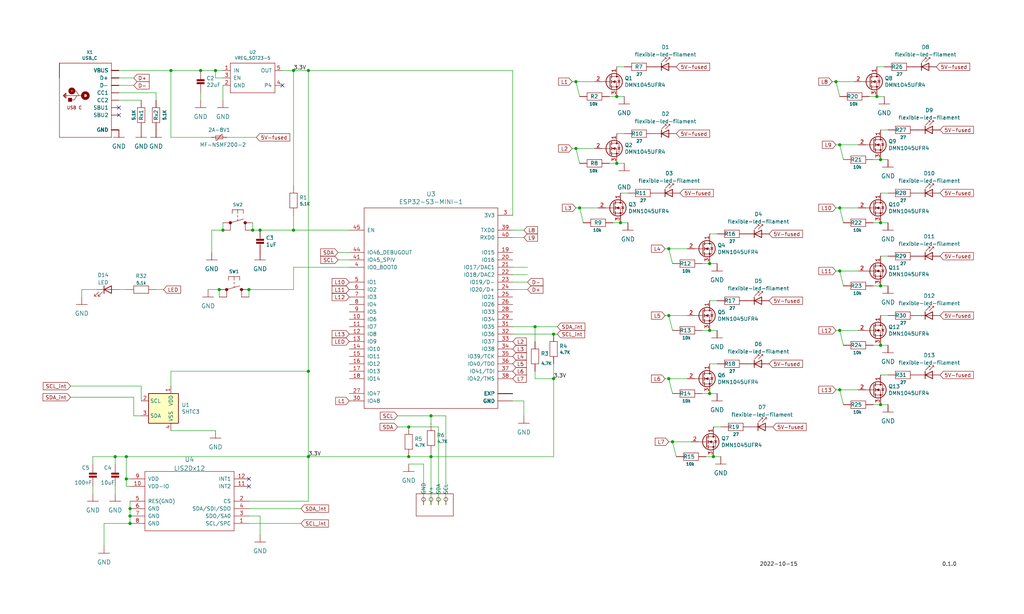
<source format=kicad_sch>
(kicad_sch (version 20211123) (generator eeschema)
  (paper "User" 350.012 210.007)
  (junction (at 139.7 156.21))
  (junction (at 105.41 156.21))
  (junction (at 68.58 24.13))
  (junction (at 300.99 97.79))
  (junction (at 100.33 78.74))
  (junction (at 300.99 76.2))
  (junction (at 76.2 78.74))
  (junction (at 243.84 156.21))
  (junction (at 44.45 179.07))
  (junction (at 287.02 92.71))
  (junction (at 299.72 33.02))
  (junction (at 73.66 24.13))
  (junction (at 242.57 113.03))
  (junction (at 43.18 156.21))
  (junction (at 44.45 173.99))
  (junction (at 300.99 118.11))
  (junction (at 189.23 129.54))
  (junction (at 212.09 76.2))
  (junction (at 86.36 78.74))
  (junction (at 228.6 107.95))
  (junction (at 242.57 90.17))
  (junction (at 228.6 129.54))
  (junction (at 285.75 27.94))
  (junction (at 58.42 24.13))
  (junction (at 198.12 71.12))
  (junction (at 210.82 55.88))
  (junction (at 300.99 138.43))
  (junction (at 44.45 176.53))
  (junction (at 139.7 146.05))
  (junction (at 189.23 114.3))
  (junction (at 88.9 78.74))
  (junction (at 43.18 163.83))
  (junction (at 196.85 27.94))
  (junction (at 287.02 49.53))
  (junction (at 228.6 85.09))
  (junction (at 74.93 99.06))
  (junction (at 147.32 142.24))
  (junction (at 105.41 127))
  (junction (at 147.32 156.21))
  (junction (at 182.88 111.76))
  (junction (at 105.41 24.13))
  (junction (at 100.33 24.13))
  (junction (at 287.02 71.12))
  (junction (at 85.09 99.06))
  (junction (at 196.85 50.8))
  (junction (at 229.87 151.13))
  (junction (at 287.02 133.35))
  (junction (at 300.99 54.61))
  (junction (at 210.82 33.02))
  (junction (at 39.37 156.21))
  (junction (at 287.02 113.03))
  (junction (at 242.57 134.62))
  (no_connect (at 40.64 39.37))
  (no_connect (at 40.64 36.83))
  (no_connect (at 85.09 163.83))
  (no_connect (at 85.09 166.37))
  (no_connect (at 96.52 29.21))
  (wire (pts (xy 55.88 99.06) (xy 53.34 99.06)))
  (wire (pts (xy 300.99 128.27) (xy 303.53 128.27)))
  (wire (pts (xy 44.45 171.45) (xy 44.45 173.99)))
  (wire (pts (xy 43.18 166.37) (xy 44.45 166.37)))
  (wire (pts (xy 152.4 142.24) (xy 152.4 172.72)))
  (wire (pts (xy 77.47 46.99) (xy 87.63 46.99)))
  (wire (pts (xy 285.75 27.94) (xy 284.48 27.94)))
  (wire (pts (xy 68.58 31.75) (xy 68.58 34.29)))
  (wire (pts (xy 287.02 133.35) (xy 285.75 133.35)))
  (wire (pts (xy 58.42 24.13) (xy 58.42 46.99)))
  (wire (pts (xy 298.45 118.11) (xy 300.99 118.11)))
  (wire (pts (xy 105.41 24.13) (xy 175.26 24.13)))
  (wire (pts (xy 43.18 156.21) (xy 105.41 156.21)))
  (wire (pts (xy 86.36 78.74) (xy 88.9 78.74)))
  (wire (pts (xy 135.89 146.05) (xy 139.7 146.05)))
  (wire (pts (xy 293.37 92.71) (xy 287.02 92.71)))
  (wire (pts (xy 175.26 111.76) (xy 182.88 111.76)))
  (wire (pts (xy 58.42 127) (xy 105.41 127)))
  (wire (pts (xy 203.2 27.94) (xy 196.85 27.94)))
  (wire (pts (xy 175.26 114.3) (xy 189.23 114.3)))
  (wire (pts (xy 85.09 179.07) (xy 102.87 179.07)))
  (wire (pts (xy 293.37 71.12) (xy 287.02 71.12)))
  (wire (pts (xy 71.12 99.06) (xy 74.93 99.06)))
  (wire (pts (xy 175.26 81.28) (xy 179.07 81.28)))
  (wire (pts (xy 40.64 34.29) (xy 48.26 34.29)))
  (wire (pts (xy 293.37 133.35) (xy 287.02 133.35)))
  (wire (pts (xy 147.32 156.21) (xy 147.32 172.72)))
  (wire (pts (xy 43.18 156.21) (xy 39.37 156.21)))
  (wire (pts (xy 198.12 71.12) (xy 199.39 76.2)))
  (wire (pts (xy 58.42 127) (xy 58.42 132.08)))
  (wire (pts (xy 300.99 107.95) (xy 303.53 107.95)))
  (wire (pts (xy 229.87 151.13) (xy 228.6 151.13)))
  (wire (pts (xy 139.7 146.05) (xy 149.86 146.05)))
  (wire (pts (xy 208.28 33.02) (xy 210.82 33.02)))
  (wire (pts (xy 242.57 80.01) (xy 245.11 80.01)))
  (wire (pts (xy 234.95 85.09) (xy 228.6 85.09)))
  (wire (pts (xy 196.85 50.8) (xy 195.58 50.8)))
  (wire (pts (xy 298.45 76.2) (xy 300.99 76.2)))
  (wire (pts (xy 100.33 24.13) (xy 100.33 63.5)))
  (wire (pts (xy 293.37 49.53) (xy 287.02 49.53)))
  (wire (pts (xy 179.07 137.16) (xy 179.07 142.24)))
  (wire (pts (xy 210.82 33.02) (xy 213.36 33.02)))
  (wire (pts (xy 76.2 78.74) (xy 72.39 78.74)))
  (wire (pts (xy 293.37 113.03) (xy 287.02 113.03)))
  (wire (pts (xy 175.26 137.16) (xy 179.07 137.16)))
  (wire (pts (xy 175.26 24.13) (xy 175.26 73.66)))
  (wire (pts (xy 292.1 27.94) (xy 285.75 27.94)))
  (wire (pts (xy 242.57 134.62) (xy 245.11 134.62)))
  (wire (pts (xy 210.82 45.72) (xy 213.36 45.72)))
  (wire (pts (xy 144.78 158.75) (xy 144.78 172.72)))
  (wire (pts (xy 242.57 124.46) (xy 245.11 124.46)))
  (wire (pts (xy 33.02 99.06) (xy 27.94 99.06)))
  (wire (pts (xy 287.02 49.53) (xy 285.75 49.53)))
  (wire (pts (xy 196.85 50.8) (xy 198.12 55.88)))
  (wire (pts (xy 287.02 113.03) (xy 288.29 118.11)))
  (wire (pts (xy 198.12 71.12) (xy 196.85 71.12)))
  (wire (pts (xy 234.95 129.54) (xy 228.6 129.54)))
  (wire (pts (xy 180.34 99.06) (xy 175.26 99.06)))
  (wire (pts (xy 300.99 138.43) (xy 303.53 138.43)))
  (wire (pts (xy 58.42 46.99) (xy 72.39 46.99)))
  (wire (pts (xy 147.32 142.24) (xy 147.32 144.78)))
  (wire (pts (xy 287.02 49.53) (xy 288.29 54.61)))
  (wire (pts (xy 210.82 22.86) (xy 213.36 22.86)))
  (wire (pts (xy 40.64 24.13) (xy 58.42 24.13)))
  (wire (pts (xy 287.02 113.03) (xy 285.75 113.03)))
  (wire (pts (xy 287.02 133.35) (xy 288.29 138.43)))
  (wire (pts (xy 234.95 107.95) (xy 228.6 107.95)))
  (wire (pts (xy 236.22 151.13) (xy 229.87 151.13)))
  (wire (pts (xy 68.58 24.13) (xy 73.66 24.13)))
  (wire (pts (xy 189.23 129.54) (xy 189.23 156.21)))
  (wire (pts (xy 287.02 71.12) (xy 288.29 76.2)))
  (wire (pts (xy 182.88 116.84) (xy 182.88 111.76)))
  (wire (pts (xy 242.57 113.03) (xy 245.11 113.03)))
  (wire (pts (xy 45.72 135.89) (xy 45.72 142.24)))
  (wire (pts (xy 175.26 91.44) (xy 180.34 91.44)))
  (wire (pts (xy 73.66 26.67) (xy 76.2 26.67)))
  (wire (pts (xy 287.02 71.12) (xy 285.75 71.12)))
  (wire (pts (xy 40.64 29.21) (xy 45.72 29.21)))
  (wire (pts (xy 298.45 138.43) (xy 300.99 138.43)))
  (wire (pts (xy 43.18 163.83) (xy 43.18 166.37)))
  (wire (pts (xy 85.09 176.53) (xy 88.9 176.53)))
  (wire (pts (xy 115.57 86.36) (xy 119.38 86.36)))
  (wire (pts (xy 115.57 88.9) (xy 119.38 88.9)))
  (wire (pts (xy 242.57 102.87) (xy 245.11 102.87)))
  (wire (pts (xy 139.7 156.21) (xy 147.32 156.21)))
  (wire (pts (xy 285.75 27.94) (xy 287.02 33.02)))
  (wire (pts (xy 58.42 24.13) (xy 68.58 24.13)))
  (wire (pts (xy 100.33 99.06) (xy 100.33 91.44)))
  (wire (pts (xy 300.99 87.63) (xy 303.53 87.63)))
  (wire (pts (xy 228.6 129.54) (xy 229.87 134.62)))
  (wire (pts (xy 44.45 173.99) (xy 44.45 176.53)))
  (wire (pts (xy 24.13 135.89) (xy 45.72 135.89)))
  (wire (pts (xy 189.23 124.46) (xy 189.23 129.54)))
  (wire (pts (xy 27.94 99.06) (xy 27.94 101.6)))
  (wire (pts (xy 182.88 111.76) (xy 190.5 111.76)))
  (wire (pts (xy 243.84 146.05) (xy 246.38 146.05)))
  (wire (pts (xy 48.26 132.08) (xy 48.26 137.16)))
  (wire (pts (xy 149.86 146.05) (xy 149.86 172.72)))
  (wire (pts (xy 228.6 85.09) (xy 229.87 90.17)))
  (wire (pts (xy 228.6 107.95) (xy 229.87 113.03)))
  (wire (pts (xy 209.55 76.2) (xy 212.09 76.2)))
  (wire (pts (xy 208.28 55.88) (xy 210.82 55.88)))
  (wire (pts (xy 228.6 129.54) (xy 227.33 129.54)))
  (wire (pts (xy 40.64 31.75) (xy 53.34 31.75)))
  (wire (pts (xy 300.99 118.11) (xy 303.53 118.11)))
  (wire (pts (xy 88.9 176.53) (xy 88.9 182.88)))
  (wire (pts (xy 100.33 24.13) (xy 105.41 24.13)))
  (wire (pts (xy 40.64 99.06) (xy 43.18 99.06)))
  (wire (pts (xy 299.72 22.86) (xy 302.26 22.86)))
  (wire (pts (xy 240.03 90.17) (xy 242.57 90.17)))
  (wire (pts (xy 144.78 158.75) (xy 139.7 158.75)))
  (wire (pts (xy 58.42 147.32) (xy 73.66 147.32)))
  (wire (pts (xy 241.3 156.21) (xy 243.84 156.21)))
  (wire (pts (xy 35.56 179.07) (xy 35.56 186.69)))
  (wire (pts (xy 100.33 73.66) (xy 100.33 78.74)))
  (wire (pts (xy 300.99 44.45) (xy 303.53 44.45)))
  (wire (pts (xy 76.2 76.2) (xy 76.2 78.74)))
  (wire (pts (xy 85.09 99.06) (xy 100.33 99.06)))
  (wire (pts (xy 243.84 156.21) (xy 246.38 156.21)))
  (wire (pts (xy 300.99 97.79) (xy 303.53 97.79)))
  (wire (pts (xy 182.88 129.54) (xy 189.23 129.54)))
  (wire (pts (xy 210.82 55.88) (xy 213.36 55.88)))
  (wire (pts (xy 45.72 142.24) (xy 48.26 142.24)))
  (wire (pts (xy 100.33 78.74) (xy 119.38 78.74)))
  (wire (pts (xy 73.66 24.13) (xy 76.2 24.13)))
  (wire (pts (xy 96.52 24.13) (xy 100.33 24.13)))
  (wire (pts (xy 287.02 92.71) (xy 285.75 92.71)))
  (wire (pts (xy 100.33 91.44) (xy 119.38 91.44)))
  (wire (pts (xy 44.45 176.53) (xy 44.45 179.07)))
  (wire (pts (xy 212.09 66.04) (xy 214.63 66.04)))
  (wire (pts (xy 189.23 114.3) (xy 190.5 114.3)))
  (wire (pts (xy 24.13 132.08) (xy 48.26 132.08)))
  (wire (pts (xy 31.75 166.37) (xy 31.75 168.91)))
  (wire (pts (xy 298.45 97.79) (xy 300.99 97.79)))
  (wire (pts (xy 105.41 156.21) (xy 139.7 156.21)))
  (wire (pts (xy 85.09 171.45) (xy 105.41 171.45)))
  (wire (pts (xy 300.99 54.61) (xy 303.53 54.61)))
  (wire (pts (xy 182.88 127) (xy 182.88 129.54)))
  (wire (pts (xy 39.37 156.21) (xy 39.37 158.75)))
  (wire (pts (xy 76.2 29.21) (xy 76.2 34.29)))
  (wire (pts (xy 147.32 142.24) (xy 152.4 142.24)))
  (wire (pts (xy 44.45 179.07) (xy 35.56 179.07)))
  (wire (pts (xy 88.9 78.74) (xy 100.33 78.74)))
  (wire (pts (xy 175.26 78.74) (xy 179.07 78.74)))
  (wire (pts (xy 240.03 113.03) (xy 242.57 113.03)))
  (wire (pts (xy 300.99 76.2) (xy 303.53 76.2)))
  (wire (pts (xy 175.26 93.98) (xy 180.34 93.98)))
  (wire (pts (xy 196.85 27.94) (xy 198.12 33.02)))
  (wire (pts (xy 31.75 156.21) (xy 31.75 158.75)))
  (wire (pts (xy 40.64 26.67) (xy 45.72 26.67)))
  (wire (pts (xy 105.41 127) (xy 105.41 156.21)))
  (wire (pts (xy 204.47 71.12) (xy 198.12 71.12)))
  (wire (pts (xy 39.37 166.37) (xy 39.37 168.91)))
  (wire (pts (xy 105.41 171.45) (xy 105.41 156.21)))
  (wire (pts (xy 300.99 66.04) (xy 303.53 66.04)))
  (wire (pts (xy 228.6 85.09) (xy 227.33 85.09)))
  (wire (pts (xy 74.93 101.6) (xy 74.93 99.06)))
  (wire (pts (xy 39.37 156.21) (xy 31.75 156.21)))
  (wire (pts (xy 203.2 50.8) (xy 196.85 50.8)))
  (wire (pts (xy 212.09 76.2) (xy 214.63 76.2)))
  (wire (pts (xy 175.26 96.52) (xy 180.34 96.52)))
  (wire (pts (xy 298.45 54.61) (xy 300.99 54.61)))
  (wire (pts (xy 135.89 142.24) (xy 147.32 142.24)))
  (wire (pts (xy 72.39 86.36) (xy 72.39 78.74)))
  (wire (pts (xy 73.66 24.13) (xy 73.66 26.67)))
  (wire (pts (xy 299.72 33.02) (xy 302.26 33.02)))
  (wire (pts (xy 287.02 92.71) (xy 288.29 97.79)))
  (wire (pts (xy 240.03 134.62) (xy 242.57 134.62)))
  (wire (pts (xy 147.32 154.94) (xy 147.32 156.21)))
  (wire (pts (xy 43.18 163.83) (xy 44.45 163.83)))
  (wire (pts (xy 147.32 156.21) (xy 189.23 156.21)))
  (wire (pts (xy 86.36 76.2) (xy 86.36 78.74)))
  (wire (pts (xy 229.87 151.13) (xy 231.14 156.21)))
  (wire (pts (xy 242.57 90.17) (xy 245.11 90.17)))
  (wire (pts (xy 196.85 27.94) (xy 195.58 27.94)))
  (wire (pts (xy 43.18 156.21) (xy 43.18 163.83)))
  (wire (pts (xy 105.41 24.13) (xy 105.41 127)))
  (wire (pts (xy 228.6 107.95) (xy 227.33 107.95)))
  (wire (pts (xy 297.18 33.02) (xy 299.72 33.02)))
  (wire (pts (xy 85.09 173.99) (xy 102.87 173.99)))
  (wire (pts (xy 85.09 101.6) (xy 85.09 99.06)))
  (wire (pts (xy 53.34 31.75) (xy 53.34 34.29)))
  (label "0.1.0" (at 321.9947 193.9738 0))
  (label "3.3V" (at 100.33 24.13 0))
  (label "3.3V" (at 105.41 156.21 0))
  (label "2022-10-15" (at 259.6468 193.9551 0))
  (label "3.3V" (at 189.23 129.54 0))
  (global_label "5V-fused" (shape input) (at 321.31 128.27 0) (property "Intersheet References" "${INTERSHEET_REFS}" (effects hide)))
  (global_label "L13" (shape input) (at 119.38 114.3 180) (property "Intersheet References" "${INTERSHEET_REFS}" (effects hide)))
  (global_label "5V-fused" (shape input) (at 87.63 46.99 0) (property "Intersheet References" "${INTERSHEET_REFS}" (effects hide)))
  (global_label "SCL_int" (shape input) (at 24.13 132.08 180) (property "Intersheet References" "${INTERSHEET_REFS}" (effects hide)))
  (global_label "5V-fused" (shape input) (at 231.14 45.72 0) (property "Intersheet References" "${INTERSHEET_REFS}" (effects hide)))
  (global_label "SCL_int" (shape input) (at 190.5 114.3 0) (property "Intersheet References" "${INTERSHEET_REFS}" (effects hide)))
  (global_label "L10" (shape input) (at 285.75 71.12 180) (property "Intersheet References" "${INTERSHEET_REFS}" (effects hide)))
  (global_label "L11" (shape input) (at 285.75 92.71 180) (property "Intersheet References" "${INTERSHEET_REFS}" (effects hide)))
  (global_label "5V-fused" (shape input) (at 321.31 107.95 0) (property "Intersheet References" "${INTERSHEET_REFS}" (effects hide)))
  (global_label "5V-fused" (shape input) (at 321.31 66.04 0) (property "Intersheet References" "${INTERSHEET_REFS}" (effects hide)))
  (global_label "L7" (shape input) (at 228.6 151.13 180) (property "Intersheet References" "${INTERSHEET_REFS}" (effects hide)))
  (global_label "SDA" (shape input) (at 135.89 146.05 180) (property "Intersheet References" "${INTERSHEET_REFS}" (effects hide)))
  (global_label "L13" (shape input) (at 285.75 133.35 180) (property "Intersheet References" "${INTERSHEET_REFS}" (effects hide)))
  (global_label "D+" (shape input) (at 45.72 26.67 0) (property "Intersheet References" "${INTERSHEET_REFS}" (effects hide)))
  (global_label "L12" (shape input) (at 285.75 113.03 180) (property "Intersheet References" "${INTERSHEET_REFS}" (effects hide)))
  (global_label "5V-fused" (shape input) (at 231.14 22.86 0) (property "Intersheet References" "${INTERSHEET_REFS}" (effects hide)))
  (global_label "L11" (shape input) (at 119.38 99.06 180) (property "Intersheet References" "${INTERSHEET_REFS}" (effects hide)))
  (global_label "L4" (shape input) (at 175.26 121.92 0) (property "Intersheet References" "${INTERSHEET_REFS}" (effects hide)))
  (global_label "D+" (shape input) (at 180.34 99.06 0) (property "Intersheet References" "${INTERSHEET_REFS}" (effects hide)))
  (global_label "L8" (shape input) (at 179.07 78.74 0) (property "Intersheet References" "${INTERSHEET_REFS}" (effects hide)))
  (global_label "5V-fused" (shape input) (at 264.16 146.05 0) (property "Intersheet References" "${INTERSHEET_REFS}" (effects hide)))
  (global_label "D-" (shape input) (at 180.34 96.52 0) (property "Intersheet References" "${INTERSHEET_REFS}" (effects hide)))
  (global_label "L6" (shape input) (at 175.26 127 0) (property "Intersheet References" "${INTERSHEET_REFS}" (effects hide)))
  (global_label "L6" (shape input) (at 227.33 129.54 180) (property "Intersheet References" "${INTERSHEET_REFS}" (effects hide)))
  (global_label "L4" (shape input) (at 227.33 85.09 180) (property "Intersheet References" "${INTERSHEET_REFS}" (effects hide)))
  (global_label "L9" (shape input) (at 285.75 49.53 180) (property "Intersheet References" "${INTERSHEET_REFS}" (effects hide)))
  (global_label "D-" (shape input) (at 45.72 29.21 0) (property "Intersheet References" "${INTERSHEET_REFS}" (effects hide)))
  (global_label "L9" (shape input) (at 179.07 81.28 0) (property "Intersheet References" "${INTERSHEET_REFS}" (effects hide)))
  (global_label "5V-fused" (shape input) (at 321.31 44.45 0) (property "Intersheet References" "${INTERSHEET_REFS}" (effects hide)))
  (global_label "L1" (shape input) (at 195.58 27.94 180) (property "Intersheet References" "${INTERSHEET_REFS}" (effects hide)))
  (global_label "5V-fused" (shape input) (at 262.89 102.87 0) (property "Intersheet References" "${INTERSHEET_REFS}" (effects hide)))
  (global_label "SCL" (shape input) (at 135.89 142.24 180) (property "Intersheet References" "${INTERSHEET_REFS}" (effects hide)))
  (global_label "L3" (shape input) (at 196.85 71.12 180) (property "Intersheet References" "${INTERSHEET_REFS}" (effects hide)))
  (global_label "5V-fused" (shape input) (at 232.41 66.04 0) (property "Intersheet References" "${INTERSHEET_REFS}" (effects hide)))
  (global_label "L7" (shape input) (at 175.26 129.54 0) (property "Intersheet References" "${INTERSHEET_REFS}" (effects hide)))
  (global_label "LED" (shape input) (at 119.38 116.84 180) (property "Intersheet References" "${INTERSHEET_REFS}" (effects hide)))
  (global_label "L12" (shape input) (at 119.38 101.6 180) (property "Intersheet References" "${INTERSHEET_REFS}" (effects hide)))
  (global_label "SDA_int" (shape input) (at 24.13 135.89 180) (property "Intersheet References" "${INTERSHEET_REFS}" (effects hide)))
  (global_label "L5" (shape input) (at 175.26 124.46 0) (property "Intersheet References" "${INTERSHEET_REFS}" (effects hide)))
  (global_label "L2" (shape input) (at 195.58 50.8 180) (property "Intersheet References" "${INTERSHEET_REFS}" (effects hide)))
  (global_label "L1" (shape input) (at 119.38 137.16 180) (property "Intersheet References" "${INTERSHEET_REFS}" (effects hide)))
  (global_label "L10" (shape input) (at 119.38 96.52 180) (property "Intersheet References" "${INTERSHEET_REFS}" (effects hide)))
  (global_label "LED" (shape input) (at 55.88 99.06 0) (property "Intersheet References" "${INTERSHEET_REFS}" (effects hide)))
  (global_label "5V-fused" (shape input) (at 321.31 87.63 0) (property "Intersheet References" "${INTERSHEET_REFS}" (effects hide)))
  (global_label "5V-fused" (shape input) (at 262.89 124.46 0) (property "Intersheet References" "${INTERSHEET_REFS}" (effects hide)))
  (global_label "L3" (shape input) (at 175.26 119.38 0) (property "Intersheet References" "${INTERSHEET_REFS}" (effects hide)))
  (global_label "SCL" (shape input) (at 115.57 88.9 180) (property "Intersheet References" "${INTERSHEET_REFS}" (effects hide)))
  (global_label "5V-fused" (shape input) (at 320.04 22.86 0) (property "Intersheet References" "${INTERSHEET_REFS}" (effects hide)))
  (global_label "SDA_int" (shape input) (at 190.5 111.76 0) (property "Intersheet References" "${INTERSHEET_REFS}" (effects hide)))
  (global_label "5V-fused" (shape input) (at 262.89 80.01 0) (property "Intersheet References" "${INTERSHEET_REFS}" (effects hide)))
  (global_label "L8" (shape input) (at 284.48 27.94 180) (property "Intersheet References" "${INTERSHEET_REFS}" (effects hide)))
  (global_label "L2" (shape input) (at 175.26 116.84 0) (property "Intersheet References" "${INTERSHEET_REFS}" (effects hide)))
  (global_label "SDA" (shape input) (at 115.57 86.36 180) (property "Intersheet References" "${INTERSHEET_REFS}" (effects hide)))
  (global_label "SDA_int" (shape input) (at 102.87 173.99 0) (property "Intersheet References" "${INTERSHEET_REFS}" (effects hide)))
  (global_label "SCL_int" (shape input) (at 102.87 179.07 0) (property "Intersheet References" "${INTERSHEET_REFS}" (effects hide)))
  (global_label "L5" (shape input) (at 227.33 107.95 180) (property "Intersheet References" "${INTERSHEET_REFS}" (effects hide)))
  (symbol (lib_id "Adafruit_ESP32-S3_8MB_No_PSRAM-eagle-import:ESP32-S3-MINI-1") (at 147.32 104.14 0) (unit 1)
    (property "Reference" "U3" (at 147.32 66.3956 0) (effects (font (size 1.4986 1.4986))))
    (property "Value" "ESP32-S3-MINI-1" (at 147.32 69.0626 0) (effects (font (size 1.4986 1.4986))))
    (property "Footprint" "RF_Module:ESP32-S2-MINI-1" (effects hide))
    (property "Datasheet" "https://datasheet.lcsc.com/lcsc/2204251600_Espressif-Systems-ESP32-S3-MINI-1-N8_C2913206.pdf" (effects hide))
    (property "JLCPCB ref" "C2913206" (effects hide))
  )
  (symbol (lib_id "Adafruit_ESP32-S3_8MB_No_PSRAM-eagle-import:RESISTOR_0603_NOOUT") (at 100.33 68.58 270) (unit 1)
    (property "Reference" "R1" (at 102.3112 67.6148 90) (effects (justify left)))
    (property "Value" "5.1K" (at 102.3112 69.7484 90) (effects (font (size 1.016 1.016) bold) (justify left)))
    (property "Footprint" "Resistor_SMD:R_0805_2012Metric" (effects hide))
    (property "Datasheet" "https://datasheet.lcsc.com/lcsc/2206010030_UNI-ROYAL-Uniroyal-Elec-0805W8F5101T5E_C27834.pdf" (effects hide))
  )
  (symbol (lib_id "Adafruit_ESP32-S3_8MB_No_PSRAM-eagle-import:CAP_CERAMIC_0402NO") (at 88.9 83.82 0) (unit 1)
    (property "Reference" "C3" (at 90.8812 81.3816 0) (effects (justify left)))
    (property "Value" "1uF" (at 90.8812 83.693 0) (effects (justify left)))
    (property "Footprint" "Capacitor_SMD:C_1206_3216Metric" (effects hide))
    (property "Datasheet" "https://datasheet.lcsc.com/lcsc/1810271109_Samsung-Electro-Mechanics-CL31B105KBHNNNE_C1848.pdf" (effects hide))
    (property "JLCPCB ref" "C1848" (effects hide))
  )
  (symbol (lib_id "Adafruit_ESP32-S3_8MB_No_PSRAM-eagle-import:GND") (at 88.9 88.9 0) (unit 1)
    (property "Reference" "#GND0101" (effects hide))
    (property "Value" "GND" (at 88.9 91.9734 0) (effects (font (size 1.4986 1.4986))))
  )
  (symbol (lib_id "Adafruit_ESP32-S3_8MB_No_PSRAM-eagle-import:SWITCH_TACT_SMT4.6X2.8") (at 81.28 76.2 0) (unit 1)
    (property "Reference" "SW2" (at 81.28 70.0278 0) (effects (font (size 1.0668 1.0668))))
    (property "Value" "SWITCH_TACT_SMT4.6X2.8" (effects hide))
    (property "Footprint" "lumi-tubule-board:BTN_KMR2_4.6X2.8" (effects hide))
  )
  (symbol (lib_id "Adafruit_ESP32-S3_8MB_No_PSRAM-eagle-import:GND") (at 72.39 88.9 0) (unit 1)
    (property "Reference" "#GND0102" (effects hide))
    (property "Value" "GND" (at 72.39 91.9734 0) (effects (font (size 1.4986 1.4986))))
  )
  (symbol (lib_id "Adafruit_ESP32-S3_8MB_No_PSRAM-eagle-import:SWITCH_TACT_SMT4.6X2.8") (at 80.01 99.06 0) (unit 1)
    (property "Reference" "SW1" (at 80.01 92.8878 0) (effects (font (size 1.0668 1.0668))))
    (property "Value" "SWITCH_TACT_SMT4.6X2.8" (effects hide))
    (property "Footprint" "lumi-tubule-board:BTN_KMR2_4.6X2.8" (effects hide))
  )
  (symbol (lib_id "Adafruit_ESP32-S3_8MB_No_PSRAM-eagle-import:GND") (at 71.12 101.6 0) (unit 1)
    (property "Reference" "#GND0103" (effects hide))
    (property "Value" "GND" (at 71.12 104.6734 0) (effects (font (size 1.4986 1.4986))))
  )
  (symbol (lib_id "Adafruit_ESP32-S3_8MB_No_PSRAM-eagle-import:USB_C") (at 30.48 34.29 0) (unit 1)
    (property "Reference" "X1" (at 30.6578 17.8562 0) (effects (font (size 1.0668 1.0668))))
    (property "Value" "USB_C" (at 30.6578 19.8628 0) (effects (font (size 1.0668 1.0668))))
    (property "Footprint" "Connector_USB:USB_C_Receptacle_HRO_TYPE-C-31-M-12" (effects hide))
    (property "Datasheet" "https://datasheet.lcsc.com/lcsc/2108132030_Korean-Hroparts-Elec-TYPE-C-31-M-31_C2760486.pdf" (effects hide))
    (property "JCLPCB ref" "C2760486" (effects hide))
  )
  (symbol (lib_id "Adafruit_ESP32-S3_8MB_No_PSRAM-eagle-import:GND") (at 40.64 46.99 0) (unit 1)
    (property "Reference" "#GND0104" (effects hide))
    (property "Value" "GND" (at 40.64 50.0634 0) (effects (font (size 1.4986 1.4986))))
  )
  (symbol (lib_id "Adafruit_ESP32-S3_8MB_No_PSRAM-eagle-import:GND") (at 48.26 46.99 0) (unit 1)
    (property "Reference" "#GND0105" (effects hide))
    (property "Value" "GND" (at 48.26 50.0634 0) (effects (font (size 1.4986 1.4986))))
  )
  (symbol (lib_id "Adafruit_ESP32-S3_8MB_No_PSRAM-eagle-import:GND") (at 53.34 46.99 0) (unit 1)
    (property "Reference" "#GND0108" (effects hide))
    (property "Value" "GND" (at 53.34 50.0634 0) (effects (font (size 1.4986 1.4986))))
  )
  (symbol (lib_id "Adafruit_ESP32-S3_8MB_No_PSRAM-eagle-import:VREG_SOT23-5") (at 86.36 26.67 0) (unit 1)
    (property "Reference" "U2" (at 86.36 17.8562 0) (effects (font (size 1.0668 1.0668))))
    (property "Value" "VREG_SOT23-5" (at 86.36 19.8628 0) (effects (font (size 1.0668 1.0668))))
    (property "Footprint" "Package_TO_SOT_SMD:SOT-23-5" (effects hide))
    (property "Datasheet" "https://datasheet.lcsc.com/lcsc/2005271002_Diodes-Incorporated-AP2112K-1-8TRG1_C176944.pdf" (effects hide))
    (property "JLCPCB ref" "C176944" (effects hide))
  )
  (symbol (lib_id "Adafruit_ESP32-S3_8MB_No_PSRAM-eagle-import:CAP_CERAMIC_0402NO") (at 68.58 29.21 0) (unit 1)
    (property "Reference" "C2" (at 70.5612 26.7716 0) (effects (justify left)))
    (property "Value" "22uF" (at 70.5612 29.083 0) (effects (justify left)))
    (property "Footprint" "Capacitor_SMD:C_0603_1608Metric" (effects hide))
    (property "Datasheet" "https://datasheet.lcsc.com/lcsc/1811151138_Samsung-Electro-Mechanics-CL10A226MQ8NRNC_C59461.pdf" (effects hide))
  )
  (symbol (lib_id "Adafruit_ESP32-S3_8MB_No_PSRAM-eagle-import:GND") (at 76.2 36.83 0) (unit 1)
    (property "Reference" "#GND0106" (effects hide))
    (property "Value" "GND" (at 76.2 39.9034 0) (effects (font (size 1.4986 1.4986))))
  )
  (symbol (lib_id "Adafruit_ESP32-S3_8MB_No_PSRAM-eagle-import:GND") (at 68.58 36.83 0) (unit 1)
    (property "Reference" "#GND0107" (effects hide))
    (property "Value" "GND" (at 68.58 39.9034 0) (effects (font (size 1.4986 1.4986))))
  )
  (symbol (lib_id "Adafruit_ESP32-S3_8MB_No_PSRAM-eagle-import:RESISTOR_0603_NOOUT") (at 53.34 39.37 270) (unit 1)
    (property "Reference" "Rx2" (at 53.34 39.37 0))
    (property "Value" "5.1K" (at 56.261 39.37 0) (effects (font (size 1.016 1.016) bold)))
    (property "Footprint" "Resistor_SMD:R_0805_2012Metric" (effects hide))
    (property "Datasheet" "https://datasheet.lcsc.com/lcsc/2206010030_UNI-ROYAL-Uniroyal-Elec-0805W8F5101T5E_C27834.pdf" (effects hide))
  )
  (symbol (lib_id "Adafruit_ESP32-S3_8MB_No_PSRAM-eagle-import:RESISTOR_0603_NOOUT") (at 48.26 39.37 270) (unit 1)
    (property "Reference" "Rx1" (at 48.26 39.37 0))
    (property "Value" "5.1K" (at 45.72 39.37 0) (effects (font (size 1.016 1.016) bold)))
    (property "Footprint" "Resistor_SMD:R_0805_2012Metric" (effects hide))
    (property "Datasheet" "https://datasheet.lcsc.com/lcsc/2206010030_UNI-ROYAL-Uniroyal-Elec-0805W8F5101T5E_C27834.pdf" (effects hide))
  )
  (symbol (lib_id "other-parts:DMN1045UFR4") (at 208.28 27.94 0) (unit 1)
    (property "Reference" "Q1" (at 213.487 26.7716 0) (effects (justify left)))
    (property "Value" "DMN1045UFR4" (at 213.487 29.083 0) (effects (justify left)))
    (property "Footprint" "lumi-tubule-board:DMN1045UFR4" (effects hide))
    (property "Datasheet" "https://datasheet.lcsc.com/lcsc/1912111437_Diodes-Incorporated-DMN1045UFR4-7_C460988.pdf" (effects hide))
    (property "JLCPCB ref" "C460988" (effects hide))
  )
  (symbol (lib_id "Adafruit_ESP32-S3_8MB_No_PSRAM-eagle-import:GND") (at 213.36 35.56 0) (unit 1)
    (property "Reference" "#GND0109" (effects hide))
    (property "Value" "GND" (at 213.36 38.6334 0) (effects (font (size 1.4986 1.4986))))
  )
  (symbol (lib_id "Adafruit_ESP32-S3_8MB_No_PSRAM-eagle-import:RESISTOR_0603_NOOUT") (at 218.44 22.86 180) (unit 1)
    (property "Reference" "R7" (at 219.71 22.86 0) (effects (justify left)))
    (property "Value" "27" (at 219.71 25.4 0) (effects (font (size 1.016 1.016) bold) (justify left)))
    (property "Footprint" "Resistor_SMD:R_0805_2012Metric" (effects hide))
    (property "Datasheet" "https://datasheet.lcsc.com/lcsc/2012181744_UNI-ROYAL-Uniroyal-Elec-AS05W2J0270T5E_C966124.pdf" (effects hide))
    (property "JLCPCB ref" "C966124" (effects hide))
  )
  (symbol (lib_id "Adafruit_ESP32-S3_8MB_No_PSRAM-eagle-import:RESISTOR_0603_NOOUT") (at 203.2 33.02 180) (unit 1)
    (property "Reference" "R2" (at 204.47 33.02 0) (effects (justify left)))
    (property "Value" "10k" (at 204.47 35.56 0) (effects (font (size 1.016 1.016) bold) (justify left)))
    (property "Footprint" "Resistor_SMD:R_0402_1005Metric" (effects hide))
    (property "Datasheet" "https://datasheet.lcsc.com/lcsc/2206010100_UNI-ROYAL-Uniroyal-Elec-0402WGF1002TCE_C25744.pdf" (effects hide))
    (property "JLCPCB ref" "C25744" (effects hide))
  )
  (symbol (lib_id "other-parts:MF-NSMF200-2") (at 74.93 46.99 270) (unit 1)
    (property "Reference" "2A-8V1" (at 74.93 44.45 90))
    (property "Value" "MF-NSMF200-2" (at 76.2 49.53 90))
    (property "Footprint" "lumi-tubule-board:MF-NSMF200-2" (effects hide))
  )
  (symbol (lib_id "Adafruit_ESP32-S3_8MB_No_PSRAM-eagle-import:STEMMA_I2C_QTSKINNY") (at 149.86 172.72 90) (unit 1)
    (property "Reference" "CONN1" (effects hide))
    (property "Value" "STEMMA_I2C_QTSKINNY" (effects hide))
    (property "Footprint" "Connector_JST:JST_SH_BM04B-SRSS-TB_1x04-1MP_P1.00mm_Vertical" (effects hide))
    (property "Datasheet" "https://datasheet.lcsc.com/lcsc/1811151533_JST-Sales-America-SM04B-SRSS-TB-LF-SN_C160404.pdf" (effects hide))
    (property "JLCPCB ref" "C160390" (effects hide))
  )
  (symbol (lib_id "Adafruit_ESP32-S3_8MB_No_PSRAM-eagle-import:GND") (at 139.7 161.29 0) (unit 1)
    (property "Reference" "#GND0119" (effects hide))
    (property "Value" "GND" (at 139.7 164.3634 0) (effects (font (size 1.4986 1.4986))))
  )
  (symbol (lib_id "Sensor_Humidity:SHTC3") (at 55.88 139.7 0) (unit 1)
    (property "Reference" "U1" (at 62.0776 138.5316 0) (effects (justify left)))
    (property "Value" "SHTC3" (at 62.0776 140.843 0) (effects (justify left)))
    (property "Footprint" "Sensor_Humidity:Sensirion_DFN-4-1EP_2x2mm_P1mm_EP0.7x1.6mm" (effects hide))
    (property "Datasheet" "https://sensirion.com/media/documents/643F9C8E/6164081E/Sensirion_Humidity_Sensors_SHTC3_Datasheet.pdf" (effects hide))
    (property "JLCPCB ref" "C194656" (effects hide))
  )
  (symbol (lib_id "Adafruit_ESP32-S3_8MB_No_PSRAM-eagle-import:GND") (at 73.66 149.86 0) (unit 1)
    (property "Reference" "#GND0120" (effects hide))
    (property "Value" "GND" (at 73.66 152.9334 0) (effects (font (size 1.4986 1.4986))))
  )
  (symbol (lib_id "Device:LED") (at 36.83 99.06 0) (unit 1)
    (property "Reference" "D14" (at 35.2425 94.0902 0))
    (property "Value" "LED" (at 35.2425 96.6271 0))
    (property "Footprint" "LED_SMD:LED_0603_1608Metric" (effects hide))
    (property "Datasheet" "https://datasheet.lcsc.com/lcsc/1811101510_Everlight-Elec-19-217-GHC-YR1S2-3T_C72043.pdf" (effects hide))
    (property "JLCPCB ref" "C72043" (effects hide))
  )
  (symbol (lib_id "lumi-tubule-board:flexible-led-filament") (at 318.77 66.04 0) (unit 1)
    (property "Reference" "D10" (at 317.627 59.2922 0))
    (property "Value" "flexible-led-filament" (at 317.627 61.8291 0))
    (property "Footprint" "lumi-tubule-board:Flexible LED filament viamount" (effects hide))
  )
  (symbol (lib_id "Adafruit_ESP32-S3_8MB_No_PSRAM-eagle-import:RESISTOR_0603_NOOUT") (at 293.37 54.61 180) (unit 1)
    (property "Reference" "R21" (at 294.64 54.61 0) (effects (justify left)))
    (property "Value" "10k" (at 294.64 57.15 0) (effects (font (size 1.016 1.016) bold) (justify left)))
    (property "Footprint" "Resistor_SMD:R_0402_1005Metric" (effects hide))
    (property "Datasheet" "https://datasheet.lcsc.com/lcsc/2206010100_UNI-ROYAL-Uniroyal-Elec-0402WGF1002TCE_C25744.pdf" (effects hide))
    (property "JLCPCB ref" "C25744" (effects hide))
  )
  (symbol (lib_id "lumi-tubule-board:flexible-led-filament") (at 228.6 22.86 0) (unit 1)
    (property "Reference" "D1" (at 227.457 16.1122 0))
    (property "Value" "flexible-led-filament" (at 227.457 18.6491 0))
    (property "Footprint" "lumi-tubule-board:Flexible LED filament viamount" (effects hide))
  )
  (symbol (lib_id "Adafruit_ESP32-S3_8MB_No_PSRAM-eagle-import:RESISTOR_0603_NOOUT") (at 308.61 87.63 180) (unit 1)
    (property "Reference" "R29" (at 309.88 87.63 0) (effects (justify left)))
    (property "Value" "27" (at 309.88 90.17 0) (effects (font (size 1.016 1.016) bold) (justify left)))
    (property "Footprint" "Resistor_SMD:R_0805_2012Metric" (effects hide))
    (property "Datasheet" "https://datasheet.lcsc.com/lcsc/2012181744_UNI-ROYAL-Uniroyal-Elec-AS05W2J0270T5E_C966124.pdf" (effects hide))
    (property "JLCPCB ref" "C966124" (effects hide))
  )
  (symbol (lib_id "other-parts:DMN1045UFR4") (at 208.28 50.8 0) (unit 1)
    (property "Reference" "Q2" (at 213.487 49.6316 0) (effects (justify left)))
    (property "Value" "DMN1045UFR4" (at 213.487 51.943 0) (effects (justify left)))
    (property "Footprint" "lumi-tubule-board:DMN1045UFR4" (effects hide))
    (property "Datasheet" "https://datasheet.lcsc.com/lcsc/1912111437_Diodes-Incorporated-DMN1045UFR4-7_C460988.pdf" (effects hide))
    (property "JLCPCB ref" "C460988" (effects hide))
  )
  (symbol (lib_id "lumi-tubule-board:LIS2Dx12") (at 64.77 171.45 0) (unit 1)
    (property "Reference" "U4" (at 64.77 157.2059 0) (effects (font (size 1.524 1.524))))
    (property "Value" "LIS2Dx12" (at 64.77 160.1993 0) (effects (font (size 1.524 1.524))))
    (property "Footprint" "Package_LGA:LGA-12_2x2mm_P0.5mm" (effects hide))
    (property "Datasheet" "https://www.st.com/resource/en/datasheet/lis2dh12.pdf" (effects hide))
    (property "JLCPCB ref" "C110926" (effects hide))
  )
  (symbol (lib_id "Adafruit_ESP32-S3_8MB_No_PSRAM-eagle-import:GND") (at 213.36 58.42 0) (unit 1)
    (property "Reference" "#GND05" (effects hide))
    (property "Value" "GND" (at 213.36 64.0334 0) (effects (font (size 1.4986 1.4986))))
  )
  (symbol (lib_id "Adafruit_ESP32-S3_8MB_No_PSRAM-eagle-import:RESISTOR_0603_NOOUT") (at 234.95 134.62 180) (unit 1)
    (property "Reference" "R14" (at 236.22 134.62 0) (effects (justify left)))
    (property "Value" "10k" (at 236.22 137.16 0) (effects (font (size 1.016 1.016) bold) (justify left)))
    (property "Footprint" "Resistor_SMD:R_0402_1005Metric" (effects hide))
    (property "Datasheet" "https://datasheet.lcsc.com/lcsc/2206010100_UNI-ROYAL-Uniroyal-Elec-0402WGF1002TCE_C25744.pdf" (effects hide))
    (property "JLCPCB ref" "C25744" (effects hide))
  )
  (symbol (lib_id "Adafruit_ESP32-S3_8MB_No_PSRAM-eagle-import:GND") (at 303.53 120.65 0) (unit 1)
    (property "Reference" "#GND015" (effects hide))
    (property "Value" "GND" (at 303.53 123.7234 0) (effects (font (size 1.4986 1.4986))))
  )
  (symbol (lib_id "Adafruit_ESP32-S3_8MB_No_PSRAM-eagle-import:GND") (at 214.63 78.74 0) (unit 1)
    (property "Reference" "#GND06" (effects hide))
    (property "Value" "GND" (at 214.63 81.8134 0) (effects (font (size 1.4986 1.4986))))
  )
  (symbol (lib_id "Adafruit_ESP32-S3_8MB_No_PSRAM-eagle-import:GND") (at 303.53 78.74 0) (unit 1)
    (property "Reference" "#GND013" (effects hide))
    (property "Value" "GND" (at 303.53 81.8134 0) (effects (font (size 1.4986 1.4986))))
  )
  (symbol (lib_id "lumi-tubule-board:flexible-led-filament") (at 228.6 45.72 0) (unit 1)
    (property "Reference" "D2" (at 227.457 38.9722 0))
    (property "Value" "flexible-led-filament" (at 227.457 41.5091 0))
    (property "Footprint" "lumi-tubule-board:Flexible LED filament viamount" (effects hide))
  )
  (symbol (lib_id "Adafruit_ESP32-S3_8MB_No_PSRAM-eagle-import:GND") (at 245.11 115.57 0) (unit 1)
    (property "Reference" "#GND08" (effects hide))
    (property "Value" "GND" (at 245.11 118.6434 0) (effects (font (size 1.4986 1.4986))))
  )
  (symbol (lib_id "Adafruit_ESP32-S3_8MB_No_PSRAM-eagle-import:RESISTOR_0603_NOOUT") (at 204.47 76.2 180) (unit 1)
    (property "Reference" "R9" (at 205.74 76.2 0) (effects (justify left)))
    (property "Value" "10k" (at 205.74 78.74 0) (effects (font (size 1.016 1.016) bold) (justify left)))
    (property "Footprint" "Resistor_SMD:R_0402_1005Metric" (effects hide))
    (property "Datasheet" "https://datasheet.lcsc.com/lcsc/2206010100_UNI-ROYAL-Uniroyal-Elec-0402WGF1002TCE_C25744.pdf" (effects hide))
    (property "JLCPCB ref" "C25744" (effects hide))
  )
  (symbol (lib_id "Adafruit_ESP32-S3_8MB_No_PSRAM-eagle-import:RESISTOR_0603_NOOUT") (at 219.71 66.04 180) (unit 1)
    (property "Reference" "R11" (at 220.98 66.04 0) (effects (justify left)))
    (property "Value" "27" (at 220.98 68.58 0) (effects (font (size 1.016 1.016) bold) (justify left)))
    (property "Footprint" "Resistor_SMD:R_0805_2012Metric" (effects hide))
    (property "Datasheet" "https://datasheet.lcsc.com/lcsc/2012181744_UNI-ROYAL-Uniroyal-Elec-AS05W2J0270T5E_C966124.pdf" (effects hide))
    (property "JLCPCB ref" "C966124" (effects hide))
  )
  (symbol (lib_id "Adafruit_ESP32-S3_8MB_No_PSRAM-eagle-import:RESISTOR_0603_NOOUT") (at 234.95 90.17 180) (unit 1)
    (property "Reference" "R12" (at 236.22 90.17 0) (effects (justify left)))
    (property "Value" "10k" (at 236.22 92.71 0) (effects (font (size 1.016 1.016) bold) (justify left)))
    (property "Footprint" "Resistor_SMD:R_0402_1005Metric" (effects hide))
    (property "Datasheet" "https://datasheet.lcsc.com/lcsc/2206010100_UNI-ROYAL-Uniroyal-Elec-0402WGF1002TCE_C25744.pdf" (effects hide))
    (property "JLCPCB ref" "C25744" (effects hide))
  )
  (symbol (lib_id "lumi-tubule-board:flexible-led-filament") (at 318.77 107.95 0) (unit 1)
    (property "Reference" "D12" (at 317.627 101.2022 0))
    (property "Value" "flexible-led-filament" (at 317.627 103.7391 0))
    (property "Footprint" "lumi-tubule-board:Flexible LED filament viamount" (effects hide))
  )
  (symbol (lib_id "other-parts:DMN1045UFR4") (at 240.03 107.95 0) (unit 1)
    (property "Reference" "Q5" (at 245.237 106.7816 0) (effects (justify left)))
    (property "Value" "DMN1045UFR4" (at 245.237 109.093 0) (effects (justify left)))
    (property "Footprint" "lumi-tubule-board:DMN1045UFR4" (effects hide))
    (property "Datasheet" "https://datasheet.lcsc.com/lcsc/1912111437_Diodes-Incorporated-DMN1045UFR4-7_C460988.pdf" (effects hide))
    (property "JLCPCB ref" "C460988" (effects hide))
  )
  (symbol (lib_id "Adafruit_ESP32-S3_8MB_No_PSRAM-eagle-import:RESISTOR_0603_NOOUT") (at 203.2 55.88 180) (unit 1)
    (property "Reference" "R8" (at 204.47 55.88 0) (effects (justify left)))
    (property "Value" "10k" (at 204.47 58.42 0) (effects (font (size 1.016 1.016) bold) (justify left)))
    (property "Footprint" "Resistor_SMD:R_0402_1005Metric" (effects hide))
    (property "Datasheet" "https://datasheet.lcsc.com/lcsc/2206010100_UNI-ROYAL-Uniroyal-Elec-0402WGF1002TCE_C25744.pdf" (effects hide))
    (property "JLCPCB ref" "C25744" (effects hide))
  )
  (symbol (lib_id "Adafruit_ESP32-S3_8MB_No_PSRAM-eagle-import:RESISTOR_0603_NOOUT") (at 307.34 22.86 180) (unit 1)
    (property "Reference" "R26" (at 308.61 22.86 0) (effects (justify left)))
    (property "Value" "27" (at 308.61 25.4 0) (effects (font (size 1.016 1.016) bold) (justify left)))
    (property "Footprint" "Resistor_SMD:R_0805_2012Metric" (effects hide))
    (property "Datasheet" "https://datasheet.lcsc.com/lcsc/2012181744_UNI-ROYAL-Uniroyal-Elec-AS05W2J0270T5E_C966124.pdf" (effects hide))
    (property "JLCPCB ref" "C966124" (effects hide))
  )
  (symbol (lib_id "other-parts:DMN1045UFR4") (at 298.45 133.35 0) (unit 1)
    (property "Reference" "Q13" (at 303.657 132.1816 0) (effects (justify left)))
    (property "Value" "DMN1045UFR4" (at 303.657 134.493 0) (effects (justify left)))
    (property "Footprint" "lumi-tubule-board:DMN1045UFR4" (effects hide))
    (property "Datasheet" "https://datasheet.lcsc.com/lcsc/1912111437_Diodes-Incorporated-DMN1045UFR4-7_C460988.pdf" (effects hide))
    (property "JLCPCB ref" "C460988" (effects hide))
  )
  (symbol (lib_id "Adafruit_ESP32-S3_8MB_No_PSRAM-eagle-import:GND") (at 245.11 92.71 0) (unit 1)
    (property "Reference" "#GND07" (effects hide))
    (property "Value" "GND" (at 245.11 95.7834 0) (effects (font (size 1.4986 1.4986))))
  )
  (symbol (lib_id "Adafruit_ESP32-S3_8MB_No_PSRAM-eagle-import:CAP_CERAMIC_0402") (at 39.37 161.29 180) (unit 1)
    (property "Reference" "C4" (at 36.83 160.02 0))
    (property "Value" "10uF" (at 36.83 165.1 0))
    (property "Footprint" "Capacitor_SMD:C_0805_2012Metric" (effects hide))
    (property "Datasheet" "https://datasheet.lcsc.com/lcsc/2004251506_Murata-Electronics-GRM21BR61H106KE43L_C440198.pdf" (effects hide))
    (property "JLCPCB ref" "C440198" (effects hide))
  )
  (symbol (lib_id "Adafruit_ESP32-S3_8MB_No_PSRAM-eagle-import:GND") (at 303.53 140.97 0) (unit 1)
    (property "Reference" "#GND016" (effects hide))
    (property "Value" "GND" (at 303.53 144.0434 0) (effects (font (size 1.4986 1.4986))))
  )
  (symbol (lib_id "Adafruit_ESP32-S3_8MB_No_PSRAM-eagle-import:RESISTOR_0603_NOOUT") (at 218.44 45.72 180) (unit 1)
    (property "Reference" "R10" (at 219.71 45.72 0) (effects (justify left)))
    (property "Value" "27" (at 219.71 48.26 0) (effects (font (size 1.016 1.016) bold) (justify left)))
    (property "Footprint" "Resistor_SMD:R_0805_2012Metric" (effects hide))
    (property "Datasheet" "https://datasheet.lcsc.com/lcsc/2012181744_UNI-ROYAL-Uniroyal-Elec-AS05W2J0270T5E_C966124.pdf" (effects hide))
    (property "JLCPCB ref" "C966124" (effects hide))
  )
  (symbol (lib_id "Adafruit_ESP32-S3_8MB_No_PSRAM-eagle-import:RESISTOR_0603_NOOUT") (at 250.19 80.01 180) (unit 1)
    (property "Reference" "R16" (at 251.46 80.01 0) (effects (justify left)))
    (property "Value" "27" (at 251.46 82.55 0) (effects (font (size 1.016 1.016) bold) (justify left)))
    (property "Footprint" "Resistor_SMD:R_0805_2012Metric" (effects hide))
    (property "Datasheet" "https://datasheet.lcsc.com/lcsc/2012181744_UNI-ROYAL-Uniroyal-Elec-AS05W2J0270T5E_C966124.pdf" (effects hide))
    (property "JLCPCB ref" "C966124" (effects hide))
  )
  (symbol (lib_id "Adafruit_ESP32-S3_8MB_No_PSRAM-eagle-import:GND") (at 27.94 104.14 0) (unit 1)
    (property "Reference" "#GND029" (effects hide))
    (property "Value" "GND" (at 27.94 107.2134 0) (effects (font (size 1.4986 1.4986))))
  )
  (symbol (lib_id "Adafruit_ESP32-S3_8MB_No_PSRAM-eagle-import:RESISTOR_0603_NOOUT") (at 293.37 97.79 180) (unit 1)
    (property "Reference" "R23" (at 294.64 97.79 0) (effects (justify left)))
    (property "Value" "10k" (at 294.64 100.33 0) (effects (font (size 1.016 1.016) bold) (justify left)))
    (property "Footprint" "Resistor_SMD:R_0402_1005Metric" (effects hide))
    (property "Datasheet" "https://datasheet.lcsc.com/lcsc/2206010100_UNI-ROYAL-Uniroyal-Elec-0402WGF1002TCE_C25744.pdf" (effects hide))
    (property "JLCPCB ref" "C25744" (effects hide))
  )
  (symbol (lib_id "other-parts:DMN1045UFR4") (at 241.3 151.13 0) (unit 1)
    (property "Reference" "Q7" (at 246.507 149.9616 0) (effects (justify left)))
    (property "Value" "DMN1045UFR4" (at 246.507 152.273 0) (effects (justify left)))
    (property "Footprint" "lumi-tubule-board:DMN1045UFR4" (effects hide))
    (property "Datasheet" "https://datasheet.lcsc.com/lcsc/1912111437_Diodes-Incorporated-DMN1045UFR4-7_C460988.pdf" (effects hide))
    (property "JLCPCB ref" "C460988" (effects hide))
  )
  (symbol (lib_id "other-parts:DMN1045UFR4") (at 298.45 92.71 0) (unit 1)
    (property "Reference" "Q11" (at 303.657 91.5416 0) (effects (justify left)))
    (property "Value" "DMN1045UFR4" (at 303.657 93.853 0) (effects (justify left)))
    (property "Footprint" "lumi-tubule-board:DMN1045UFR4" (effects hide))
    (property "Datasheet" "https://datasheet.lcsc.com/lcsc/1912111437_Diodes-Incorporated-DMN1045UFR4-7_C460988.pdf" (effects hide))
    (property "JLCPCB ref" "C460988" (effects hide))
  )
  (symbol (lib_id "other-parts:DMN1045UFR4") (at 298.45 71.12 0) (unit 1)
    (property "Reference" "Q10" (at 303.657 69.9516 0) (effects (justify left)))
    (property "Value" "DMN1045UFR4" (at 303.657 72.263 0) (effects (justify left)))
    (property "Footprint" "lumi-tubule-board:DMN1045UFR4" (effects hide))
    (property "Datasheet" "https://datasheet.lcsc.com/lcsc/1912111437_Diodes-Incorporated-DMN1045UFR4-7_C460988.pdf" (effects hide))
    (property "JLCPCB ref" "C460988" (effects hide))
  )
  (symbol (lib_id "other-parts:DMN1045UFR4") (at 240.03 129.54 0) (unit 1)
    (property "Reference" "Q6" (at 245.237 128.3716 0) (effects (justify left)))
    (property "Value" "DMN1045UFR4" (at 245.237 130.683 0) (effects (justify left)))
    (property "Footprint" "lumi-tubule-board:DMN1045UFR4" (effects hide))
    (property "Datasheet" "https://datasheet.lcsc.com/lcsc/1912111437_Diodes-Incorporated-DMN1045UFR4-7_C460988.pdf" (effects hide))
    (property "JLCPCB ref" "C460988" (effects hide))
  )
  (symbol (lib_id "Adafruit_ESP32-S3_8MB_No_PSRAM-eagle-import:GND") (at 88.9 185.42 0) (unit 1)
    (property "Reference" "#GND04" (effects hide))
    (property "Value" "GND" (at 88.9 188.4934 0) (effects (font (size 1.4986 1.4986))))
  )
  (symbol (lib_id "Adafruit_ESP32-S3_8MB_No_PSRAM-eagle-import:RESISTOR_0603_NOOUT") (at 293.37 138.43 180) (unit 1)
    (property "Reference" "R25" (at 294.64 138.43 0) (effects (justify left)))
    (property "Value" "10k" (at 294.64 140.97 0) (effects (font (size 1.016 1.016) bold) (justify left)))
    (property "Footprint" "Resistor_SMD:R_0402_1005Metric" (effects hide))
    (property "Datasheet" "https://datasheet.lcsc.com/lcsc/2206010100_UNI-ROYAL-Uniroyal-Elec-0402WGF1002TCE_C25744.pdf" (effects hide))
    (property "JLCPCB ref" "C25744" (effects hide))
  )
  (symbol (lib_id "lumi-tubule-board:flexible-led-filament") (at 260.35 80.01 0) (unit 1)
    (property "Reference" "D4" (at 259.207 73.2622 0))
    (property "Value" "flexible-led-filament" (at 259.207 75.7991 0))
    (property "Footprint" "lumi-tubule-board:Flexible LED filament viamount" (effects hide))
  )
  (symbol (lib_id "Adafruit_ESP32-S3_8MB_No_PSRAM-eagle-import:GND") (at 303.53 57.15 0) (unit 1)
    (property "Reference" "#GND012" (effects hide))
    (property "Value" "GND" (at 303.53 60.2234 0) (effects (font (size 1.4986 1.4986))))
  )
  (symbol (lib_id "Adafruit_ESP32-S3_8MB_No_PSRAM-eagle-import:GND") (at 179.07 144.78 0) (unit 1)
    (property "Reference" "#GND0111" (effects hide))
    (property "Value" "GND" (at 179.07 147.8534 0) (effects (font (size 1.4986 1.4986))))
  )
  (symbol (lib_id "lumi-tubule-board:flexible-led-filament") (at 261.62 146.05 0) (unit 1)
    (property "Reference" "D7" (at 260.477 139.3022 0))
    (property "Value" "flexible-led-filament" (at 260.477 141.8391 0))
    (property "Footprint" "lumi-tubule-board:Flexible LED filament viamount" (effects hide))
  )
  (symbol (lib_id "Adafruit_ESP32-S3_8MB_No_PSRAM-eagle-import:RESISTOR_0603_NOOUT") (at 308.61 128.27 180) (unit 1)
    (property "Reference" "R31" (at 309.88 128.27 0) (effects (justify left)))
    (property "Value" "27" (at 309.88 130.81 0) (effects (font (size 1.016 1.016) bold) (justify left)))
    (property "Footprint" "Resistor_SMD:R_0805_2012Metric" (effects hide))
    (property "Datasheet" "https://datasheet.lcsc.com/lcsc/2012181744_UNI-ROYAL-Uniroyal-Elec-AS05W2J0270T5E_C966124.pdf" (effects hide))
    (property "JLCPCB ref" "C966124" (effects hide))
  )
  (symbol (lib_id "Adafruit_ESP32-S3_8MB_No_PSRAM-eagle-import:RESISTOR_0603_NOOUT") (at 147.32 149.86 270) (unit 1)
    (property "Reference" "R6" (at 149.3012 148.8948 90) (effects (justify left)))
    (property "Value" "4.7K" (at 149.3012 151.0284 90) (effects (font (size 1.016 1.016) bold) (justify left)))
    (property "Footprint" "Resistor_SMD:R_0603_1608Metric" (effects hide))
    (property "Datasheet" "https://datasheet.lcsc.com/lcsc/2206010116_UNI-ROYAL-Uniroyal-Elec-0603WAF4701T5E_C23162.pdf" (effects hide))
    (property "JLCPCB ref" "C23162" (effects hide))
  )
  (symbol (lib_id "other-parts:DMN1045UFR4") (at 209.55 71.12 0) (unit 1)
    (property "Reference" "Q3" (at 214.757 69.9516 0) (effects (justify left)))
    (property "Value" "DMN1045UFR4" (at 214.757 72.263 0) (effects (justify left)))
    (property "Footprint" "lumi-tubule-board:DMN1045UFR4" (effects hide))
    (property "Datasheet" "https://datasheet.lcsc.com/lcsc/1912111437_Diodes-Incorporated-DMN1045UFR4-7_C460988.pdf" (effects hide))
    (property "JLCPCB ref" "C460988" (effects hide))
  )
  (symbol (lib_id "Adafruit_ESP32-S3_8MB_No_PSRAM-eagle-import:RESISTOR_0603_NOOUT") (at 308.61 44.45 180) (unit 1)
    (property "Reference" "R27" (at 309.88 44.45 0) (effects (justify left)))
    (property "Value" "27" (at 309.88 46.99 0) (effects (font (size 1.016 1.016) bold) (justify left)))
    (property "Footprint" "Resistor_SMD:R_0805_2012Metric" (effects hide))
    (property "Datasheet" "https://datasheet.lcsc.com/lcsc/2012181744_UNI-ROYAL-Uniroyal-Elec-AS05W2J0270T5E_C966124.pdf" (effects hide))
    (property "JLCPCB ref" "C966124" (effects hide))
  )
  (symbol (lib_id "other-parts:DMN1045UFR4") (at 297.18 27.94 0) (unit 1)
    (property "Reference" "Q8" (at 302.387 26.7716 0) (effects (justify left)))
    (property "Value" "DMN1045UFR4" (at 302.387 29.083 0) (effects (justify left)))
    (property "Footprint" "lumi-tubule-board:DMN1045UFR4" (effects hide))
    (property "Datasheet" "https://datasheet.lcsc.com/lcsc/1912111437_Diodes-Incorporated-DMN1045UFR4-7_C460988.pdf" (effects hide))
    (property "JLCPCB ref" "C460988" (effects hide))
  )
  (symbol (lib_id "Adafruit_ESP32-S3_8MB_No_PSRAM-eagle-import:RESISTOR_0603_NOOUT") (at 251.46 146.05 180) (unit 1)
    (property "Reference" "R19" (at 252.73 146.05 0) (effects (justify left)))
    (property "Value" "27" (at 252.73 148.59 0) (effects (font (size 1.016 1.016) bold) (justify left)))
    (property "Footprint" "Resistor_SMD:R_0805_2012Metric" (effects hide))
    (property "Datasheet" "https://datasheet.lcsc.com/lcsc/2012181744_UNI-ROYAL-Uniroyal-Elec-AS05W2J0270T5E_C966124.pdf" (effects hide))
    (property "JLCPCB ref" "C966124" (effects hide))
  )
  (symbol (lib_id "Adafruit_ESP32-S3_8MB_No_PSRAM-eagle-import:RESISTOR_0603_NOOUT") (at 182.88 121.92 270) (unit 1)
    (property "Reference" "R3" (at 184.8612 120.9548 90) (effects (justify left)))
    (property "Value" "4.7K" (at 184.8612 124.3584 90) (effects (font (size 1.016 1.016) bold) (justify left)))
    (property "Footprint" "Resistor_SMD:R_0603_1608Metric" (effects hide))
    (property "Datasheet" "https://datasheet.lcsc.com/lcsc/2206010116_UNI-ROYAL-Uniroyal-Elec-0603WAF4701T5E_C23162.pdf" (effects hide))
    (property "JLCPCB ref" "C23162" (effects hide))
  )
  (symbol (lib_id "lumi-tubule-board:flexible-led-filament") (at 229.87 66.04 0) (unit 1)
    (property "Reference" "D3" (at 228.727 59.2922 0))
    (property "Value" "flexible-led-filament" (at 228.727 61.8291 0))
    (property "Footprint" "lumi-tubule-board:Flexible LED filament viamount" (effects hide))
  )
  (symbol (lib_id "other-parts:DMN1045UFR4") (at 240.03 85.09 0) (unit 1)
    (property "Reference" "Q4" (at 245.237 83.9216 0) (effects (justify left)))
    (property "Value" "DMN1045UFR4" (at 245.237 86.233 0) (effects (justify left)))
    (property "Footprint" "lumi-tubule-board:DMN1045UFR4" (effects hide))
    (property "Datasheet" "https://datasheet.lcsc.com/lcsc/1912111437_Diodes-Incorporated-DMN1045UFR4-7_C460988.pdf" (effects hide))
    (property "JLCPCB ref" "C460988" (effects hide))
  )
  (symbol (lib_id "lumi-tubule-board:flexible-led-filament") (at 318.77 44.45 0) (unit 1)
    (property "Reference" "D9" (at 317.627 37.7022 0))
    (property "Value" "flexible-led-filament" (at 317.627 40.2391 0))
    (property "Footprint" "lumi-tubule-board:Flexible LED filament viamount" (effects hide))
  )
  (symbol (lib_id "Adafruit_ESP32-S3_8MB_No_PSRAM-eagle-import:GND") (at 35.56 189.23 0) (unit 1)
    (property "Reference" "#GND02" (effects hide))
    (property "Value" "GND" (at 35.56 192.3034 0) (effects (font (size 1.4986 1.4986))))
  )
  (symbol (lib_id "Adafruit_ESP32-S3_8MB_No_PSRAM-eagle-import:RESISTOR_0603_NOOUT") (at 139.7 151.13 270) (unit 1)
    (property "Reference" "R5" (at 141.6812 150.1648 90) (effects (justify left)))
    (property "Value" "4.7K" (at 141.6812 152.2984 90) (effects (font (size 1.016 1.016) bold) (justify left)))
    (property "Footprint" "Resistor_SMD:R_0603_1608Metric" (effects hide))
    (property "Datasheet" "https://datasheet.lcsc.com/lcsc/2206010116_UNI-ROYAL-Uniroyal-Elec-0603WAF4701T5E_C23162.pdf" (effects hide))
    (property "JLCPCB ref" "C23162" (effects hide))
  )
  (symbol (lib_id "Adafruit_ESP32-S3_8MB_No_PSRAM-eagle-import:RESISTOR_0603_NOOUT") (at 308.61 66.04 180) (unit 1)
    (property "Reference" "R28" (at 309.88 66.04 0) (effects (justify left)))
    (property "Value" "27" (at 309.88 68.58 0) (effects (font (size 1.016 1.016) bold) (justify left)))
    (property "Footprint" "Resistor_SMD:R_0805_2012Metric" (effects hide))
    (property "Datasheet" "https://datasheet.lcsc.com/lcsc/2012181744_UNI-ROYAL-Uniroyal-Elec-AS05W2J0270T5E_C966124.pdf" (effects hide))
    (property "JLCPCB ref" "C966124" (effects hide))
  )
  (symbol (lib_id "Adafruit_ESP32-S3_8MB_No_PSRAM-eagle-import:RESISTOR_0603_NOOUT") (at 293.37 76.2 180) (unit 1)
    (property "Reference" "R22" (at 294.64 76.2 0) (effects (justify left)))
    (property "Value" "10k" (at 294.64 78.74 0) (effects (font (size 1.016 1.016) bold) (justify left)))
    (property "Footprint" "Resistor_SMD:R_0402_1005Metric" (effects hide))
    (property "Datasheet" "https://datasheet.lcsc.com/lcsc/2206010100_UNI-ROYAL-Uniroyal-Elec-0402WGF1002TCE_C25744.pdf" (effects hide))
    (property "JLCPCB ref" "C25744" (effects hide))
  )
  (symbol (lib_id "Adafruit_ESP32-S3_8MB_No_PSRAM-eagle-import:RESISTOR_0603_NOOUT") (at 234.95 113.03 180) (unit 1)
    (property "Reference" "R13" (at 236.22 113.03 0) (effects (justify left)))
    (property "Value" "10k" (at 236.22 115.57 0) (effects (font (size 1.016 1.016) bold) (justify left)))
    (property "Footprint" "Resistor_SMD:R_0402_1005Metric" (effects hide))
    (property "Datasheet" "https://datasheet.lcsc.com/lcsc/2206010100_UNI-ROYAL-Uniroyal-Elec-0402WGF1002TCE_C25744.pdf" (effects hide))
    (property "JLCPCB ref" "C25744" (effects hide))
  )
  (symbol (lib_id "Adafruit_ESP32-S3_8MB_No_PSRAM-eagle-import:GND") (at 302.26 35.56 0) (unit 1)
    (property "Reference" "#GND011" (effects hide))
    (property "Value" "GND" (at 302.26 38.6334 0) (effects (font (size 1.4986 1.4986))))
  )
  (symbol (lib_id "lumi-tubule-board:flexible-led-filament") (at 260.35 124.46 0) (unit 1)
    (property "Reference" "D6" (at 259.207 117.7122 0))
    (property "Value" "flexible-led-filament" (at 259.207 120.2491 0))
    (property "Footprint" "lumi-tubule-board:Flexible LED filament viamount" (effects hide))
  )
  (symbol (lib_id "other-parts:DMN1045UFR4") (at 298.45 113.03 0) (unit 1)
    (property "Reference" "Q12" (at 303.657 111.8616 0) (effects (justify left)))
    (property "Value" "DMN1045UFR4" (at 303.657 114.173 0) (effects (justify left)))
    (property "Footprint" "lumi-tubule-board:DMN1045UFR4" (effects hide))
    (property "Datasheet" "https://datasheet.lcsc.com/lcsc/1912111437_Diodes-Incorporated-DMN1045UFR4-7_C460988.pdf" (effects hide))
    (property "JLCPCB ref" "C460988" (effects hide))
  )
  (symbol (lib_id "Adafruit_ESP32-S3_8MB_No_PSRAM-eagle-import:GND") (at 31.75 171.45 0) (unit 1)
    (property "Reference" "#GND01" (effects hide))
    (property "Value" "GND" (at 31.75 174.5234 0) (effects (font (size 1.4986 1.4986))))
  )
  (symbol (lib_id "Adafruit_ESP32-S3_8MB_No_PSRAM-eagle-import:RESISTOR_0603_NOOUT") (at 293.37 118.11 180) (unit 1)
    (property "Reference" "R24" (at 294.64 118.11 0) (effects (justify left)))
    (property "Value" "10k" (at 294.64 120.65 0) (effects (font (size 1.016 1.016) bold) (justify left)))
    (property "Footprint" "Resistor_SMD:R_0402_1005Metric" (effects hide))
    (property "Datasheet" "https://datasheet.lcsc.com/lcsc/2206010100_UNI-ROYAL-Uniroyal-Elec-0402WGF1002TCE_C25744.pdf" (effects hide))
    (property "JLCPCB ref" "C25744" (effects hide))
  )
  (symbol (lib_id "Adafruit_ESP32-S3_8MB_No_PSRAM-eagle-import:RESISTOR_0603_NOOUT") (at 250.19 102.87 180) (unit 1)
    (property "Reference" "R17" (at 251.46 102.87 0) (effects (justify left)))
    (property "Value" "27" (at 251.46 105.41 0) (effects (font (size 1.016 1.016) bold) (justify left)))
    (property "Footprint" "Resistor_SMD:R_0805_2012Metric" (effects hide))
    (property "Datasheet" "https://datasheet.lcsc.com/lcsc/2012181744_UNI-ROYAL-Uniroyal-Elec-AS05W2J0270T5E_C966124.pdf" (effects hide))
    (property "JLCPCB ref" "C966124" (effects hide))
  )
  (symbol (lib_id "Adafruit_ESP32-S3_8MB_No_PSRAM-eagle-import:GND") (at 303.53 100.33 0) (unit 1)
    (property "Reference" "#GND014" (effects hide))
    (property "Value" "GND" (at 303.53 103.4034 0) (effects (font (size 1.4986 1.4986))))
  )
  (symbol (lib_id "Adafruit_ESP32-S3_8MB_No_PSRAM-eagle-import:RESISTOR_0603_NOOUT") (at 236.22 156.21 180) (unit 1)
    (property "Reference" "R15" (at 237.49 156.21 0) (effects (justify left)))
    (property "Value" "10k" (at 237.49 158.75 0) (effects (font (size 1.016 1.016) bold) (justify left)))
    (property "Footprint" "Resistor_SMD:R_0402_1005Metric" (effects hide))
    (property "Datasheet" "https://datasheet.lcsc.com/lcsc/2206010100_UNI-ROYAL-Uniroyal-Elec-0402WGF1002TCE_C25744.pdf" (effects hide))
    (property "JLCPCB ref" "C25744" (effects hide))
  )
  (symbol (lib_id "Adafruit_ESP32-S3_8MB_No_PSRAM-eagle-import:GND") (at 246.38 158.75 0) (unit 1)
    (property "Reference" "#GND010" (effects hide))
    (property "Value" "GND" (at 246.38 161.8234 0) (effects (font (size 1.4986 1.4986))))
  )
  (symbol (lib_id "Adafruit_ESP32-S3_8MB_No_PSRAM-eagle-import:RESISTOR_0603_NOOUT") (at 189.23 119.38 270) (unit 1)
    (property "Reference" "R4" (at 191.2112 118.4148 90) (effects (justify left)))
    (property "Value" "4.7K" (at 191.2112 120.5484 90) (effects (font (size 1.016 1.016) bold) (justify left)))
    (property "Footprint" "Resistor_SMD:R_0603_1608Metric" (effects hide))
    (property "Datasheet" "https://datasheet.lcsc.com/lcsc/2206010116_UNI-ROYAL-Uniroyal-Elec-0603WAF4701T5E_C23162.pdf" (effects hide))
    (property "JLCPCB ref" "C23162" (effects hide))
  )
  (symbol (lib_id "Adafruit_ESP32-S3_8MB_No_PSRAM-eagle-import:GND") (at 39.37 171.45 0) (unit 1)
    (property "Reference" "#GND03" (effects hide))
    (property "Value" "GND" (at 39.37 174.5234 0) (effects (font (size 1.4986 1.4986))))
  )
  (symbol (lib_id "Adafruit_ESP32-S3_8MB_No_PSRAM-eagle-import:RESISTOR_0603") (at 48.26 99.06 0) (unit 1)
    (property "Reference" "R32" (at 48.26 94.4294 0))
    (property "Value" "5.1k" (at 48.26 96.7952 0) (effects (font (size 1.016 1.016) bold)))
    (property "Footprint" "Resistor_SMD:R_0603_1608Metric" (effects hide))
    (property "Datasheet" "https://datasheet.lcsc.com/lcsc/2206010130_UNI-ROYAL-Uniroyal-Elec-0603WAF2203T5E_C22961.pdf" (effects hide))
    (property "JLCPCB ref" "C22961" (effects hide))
  )
  (symbol (lib_id "lumi-tubule-board:flexible-led-filament") (at 260.35 102.87 0) (unit 1)
    (property "Reference" "D5" (at 259.207 96.1222 0))
    (property "Value" "flexible-led-filament" (at 259.207 98.6591 0))
    (property "Footprint" "lumi-tubule-board:Flexible LED filament viamount" (effects hide))
  )
  (symbol (lib_id "other-parts:DMN1045UFR4") (at 298.45 49.53 0) (unit 1)
    (property "Reference" "Q9" (at 303.657 48.3616 0) (effects (justify left)))
    (property "Value" "DMN1045UFR4" (at 303.657 50.673 0) (effects (justify left)))
    (property "Footprint" "lumi-tubule-board:DMN1045UFR4" (effects hide))
    (property "Datasheet" "https://datasheet.lcsc.com/lcsc/1912111437_Diodes-Incorporated-DMN1045UFR4-7_C460988.pdf" (effects hide))
    (property "JLCPCB ref" "C460988" (effects hide))
  )
  (symbol (lib_id "lumi-tubule-board:flexible-led-filament") (at 317.5 22.86 0) (unit 1)
    (property "Reference" "D8" (at 316.357 16.1122 0))
    (property "Value" "flexible-led-filament" (at 316.357 18.6491 0))
    (property "Footprint" "lumi-tubule-board:Flexible LED filament viamount" (effects hide))
  )
  (symbol (lib_id "lumi-tubule-board:flexible-led-filament") (at 318.77 128.27 0) (unit 1)
    (property "Reference" "D13" (at 317.627 121.5222 0))
    (property "Value" "flexible-led-filament" (at 317.627 124.0591 0))
    (property "Footprint" "lumi-tubule-board:Flexible LED filament viamount" (effects hide))
  )
  (symbol (lib_id "Adafruit_ESP32-S3_8MB_No_PSRAM-eagle-import:RESISTOR_0603_NOOUT") (at 250.19 124.46 180) (unit 1)
    (property "Reference" "R18" (at 251.46 124.46 0) (effects (justify left)))
    (property "Value" "27" (at 251.46 127 0) (effects (font (size 1.016 1.016) bold) (justify left)))
    (property "Footprint" "Resistor_SMD:R_0805_2012Metric" (effects hide))
    (property "Datasheet" "https://datasheet.lcsc.com/lcsc/2012181744_UNI-ROYAL-Uniroyal-Elec-AS05W2J0270T5E_C966124.pdf" (effects hide))
    (property "JLCPCB ref" "C966124" (effects hide))
  )
  (symbol (lib_id "Adafruit_ESP32-S3_8MB_No_PSRAM-eagle-import:CAP_CERAMIC_0402") (at 31.75 161.29 180) (unit 1)
    (property "Reference" "C5" (at 27.94 160.02 0) (effects (justify right)))
    (property "Value" "100nF" (at 25.4 165.1 0) (effects (justify right)))
    (property "Footprint" "Capacitor_SMD:C_0402_1005Metric" (effects hide))
    (property "Datasheet" "https://datasheet.lcsc.com/lcsc/1810191222_Samsung-Electro-Mechanics-CL05B104KB54PNC_C307331.pdf" (effects hide))
    (property "JLCPCB ref" "C307331" (effects hide))
  )
  (symbol (lib_id "Adafruit_ESP32-S3_8MB_No_PSRAM-eagle-import:RESISTOR_0603_NOOUT") (at 292.1 33.02 180) (unit 1)
    (property "Reference" "R20" (at 293.37 33.02 0) (effects (justify left)))
    (property "Value" "10k" (at 293.37 35.56 0) (effects (font (size 1.016 1.016) bold) (justify left)))
    (property "Footprint" "Resistor_SMD:R_0402_1005Metric" (effects hide))
    (property "Datasheet" "https://datasheet.lcsc.com/lcsc/2206010100_UNI-ROYAL-Uniroyal-Elec-0402WGF1002TCE_C25744.pdf" (effects hide))
    (property "JLCPCB ref" "C25744" (effects hide))
  )
  (symbol (lib_id "Adafruit_ESP32-S3_8MB_No_PSRAM-eagle-import:RESISTOR_0603_NOOUT") (at 308.61 107.95 180) (unit 1)
    (property "Reference" "R30" (at 309.88 107.95 0) (effects (justify left)))
    (property "Value" "27" (at 309.88 110.49 0) (effects (font (size 1.016 1.016) bold) (justify left)))
    (property "Footprint" "Resistor_SMD:R_0805_2012Metric" (effects hide))
    (property "Datasheet" "https://datasheet.lcsc.com/lcsc/2012181744_UNI-ROYAL-Uniroyal-Elec-AS05W2J0270T5E_C966124.pdf" (effects hide))
    (property "JLCPCB ref" "C966124" (effects hide))
  )
  (symbol (lib_id "Adafruit_ESP32-S3_8MB_No_PSRAM-eagle-import:GND") (at 245.11 137.16 0) (unit 1)
    (property "Reference" "#GND09" (effects hide))
    (property "Value" "GND" (at 245.11 140.2334 0) (effects (font (size 1.4986 1.4986))))
  )
  (symbol (lib_id "lumi-tubule-board:flexible-led-filament") (at 318.77 87.63 0) (unit 1)
    (property "Reference" "D11" (at 317.627 80.8822 0))
    (property "Value" "flexible-led-filament" (at 317.627 83.4191 0))
    (property "Footprint" "lumi-tubule-board:Flexible LED filament viamount" (effects hide))
  )
)
</source>
